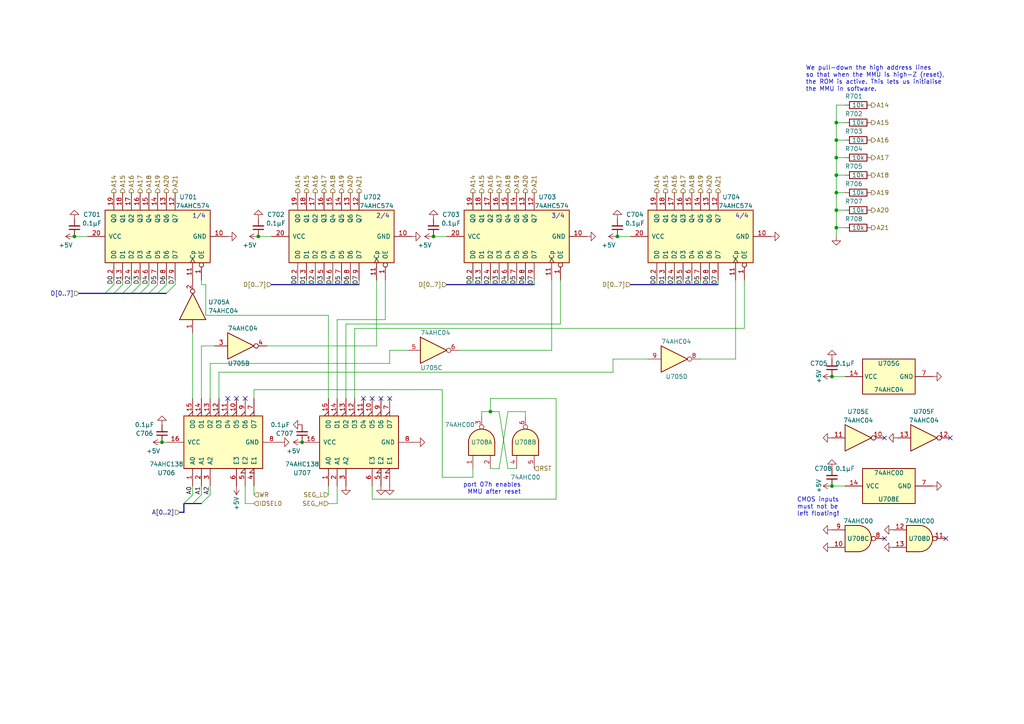
<source format=kicad_sch>
(kicad_sch (version 20211123) (generator eeschema)
  (paper "A4")
  (title_block (title "Computer") (date "2021-02-23") (rev "v1.0") (company "B.W. Harrison") (comment 1 "The registers output A14-A21 which extends the address space to 4 MB.") (comment 2 "registers. Each register can be loaded with an IO write to $00-$03") (comment 3 "This is achieved by routing A14 and A15 through a decoder which selects one of four") (comment 4 "The MMU splits the 64 KB address space into four 16 KB segments."))
  (lib_symbols
    (symbol "74AHC00_1" (pin_names (offset 1.016))
      (property "Reference" "U" (at 0 1.27 0))
      (property "Value" "74AHC00" (at 0 -1.27 0))
      (symbol "74AHC00_1_1_1"
        (pin input line (at -7.62 2.54 0) (length 3.81) (name "~") (number "1"))
        (pin input line (at -7.62 -2.54 0) (length 3.81) (name "~") (number "2"))
        (pin output inverted (at 7.62 0 180) (length 3.81) (name "~") (number "3"))
      )
      (symbol "74AHC00_1_1_2"
        (pin input inverted (at -7.62 2.54 0) (length 4.318) (name "~") (number "1"))
        (pin input inverted (at -7.62 -2.54 0) (length 4.318) (name "~") (number "2"))
        (pin output line (at 7.62 0 180) (length 3.81) (name "~") (number "3"))
      )
      (symbol "74AHC00_1_2_1"
        (pin input line (at -7.62 2.54 0) (length 3.81) (name "~") (number "4"))
        (pin input line (at -7.62 -2.54 0) (length 3.81) (name "~") (number "5"))
        (pin output inverted (at 7.62 0 180) (length 3.81) (name "~") (number "6"))
      )
      (symbol "74AHC00_1_2_2"
        (pin input inverted (at -7.62 2.54 0) (length 4.318) (name "~") (number "4"))
        (pin input inverted (at -7.62 -2.54 0) (length 4.318) (name "~") (number "5"))
        (pin output line (at 7.62 0 180) (length 3.81) (name "~") (number "6"))
      )
      (symbol "74AHC00_1_3_1"
        (pin input line (at -7.62 -2.54 0) (length 3.81) (name "~") (number "10"))
        (pin output inverted (at 7.62 0 180) (length 3.81) (name "~") (number "8"))
        (pin input line (at -7.62 2.54 0) (length 3.81) (name "~") (number "9"))
      )
      (symbol "74AHC00_1_3_2"
        (pin input inverted (at -7.62 -2.54 0) (length 4.318) (name "~") (number "10"))
        (pin output line (at 7.62 0 180) (length 3.81) (name "~") (number "8"))
        (pin input inverted (at -7.62 2.54 0) (length 4.318) (name "~") (number "9"))
      )
      (symbol "74AHC00_1_4_1"
        (pin output inverted (at 7.62 0 180) (length 3.81) (name "~") (number "11"))
        (pin input line (at -7.62 2.54 0) (length 3.81) (name "~") (number "12"))
        (pin input line (at -7.62 -2.54 0) (length 3.81) (name "~") (number "13"))
      )
      (symbol "74AHC00_1_4_2"
        (pin output line (at 7.62 0 180) (length 3.81) (name "~") (number "11"))
        (pin input inverted (at -7.62 2.54 0) (length 4.318) (name "~") (number "12"))
        (pin input inverted (at -7.62 -2.54 0) (length 4.318) (name "~") (number "13"))
      )
      (symbol "74AHC00_1_5_0"
        (pin power_in line (at 0 12.7 270) (length 5.08) (name "VCC") (number "14"))
        (pin power_in line (at 0 -12.7 90) (length 5.08) (name "GND") (number "7"))
      )
    )
    (symbol "74AHC00_2" (pin_names (offset 1.016))
      (property "Reference" "U" (at 0 1.27 0))
      (property "Value" "74AHC00" (at 0 -1.27 0))
      (symbol "74AHC00_2_1_1"
        (pin input line (at -7.62 2.54 0) (length 3.81) (name "~") (number "1"))
        (pin input line (at -7.62 -2.54 0) (length 3.81) (name "~") (number "2"))
        (pin output inverted (at 7.62 0 180) (length 3.81) (name "~") (number "3"))
      )
      (symbol "74AHC00_2_1_2"
        (pin input inverted (at -7.62 2.54 0) (length 4.318) (name "~") (number "1"))
        (pin input inverted (at -7.62 -2.54 0) (length 4.318) (name "~") (number "2"))
        (pin output line (at 7.62 0 180) (length 3.81) (name "~") (number "3"))
      )
      (symbol "74AHC00_2_2_1"
        (pin input line (at -7.62 2.54 0) (length 3.81) (name "~") (number "4"))
        (pin input line (at -7.62 -2.54 0) (length 3.81) (name "~") (number "5"))
        (pin output inverted (at 7.62 0 180) (length 3.81) (name "~") (number "6"))
      )
      (symbol "74AHC00_2_2_2"
        (pin input inverted (at -7.62 2.54 0) (length 4.318) (name "~") (number "4"))
        (pin input inverted (at -7.62 -2.54 0) (length 4.318) (name "~") (number "5"))
        (pin output line (at 7.62 0 180) (length 3.81) (name "~") (number "6"))
      )
      (symbol "74AHC00_2_3_1"
        (pin input line (at -7.62 -2.54 0) (length 3.81) (name "~") (number "10"))
        (pin output inverted (at 7.62 0 180) (length 3.81) (name "~") (number "8"))
        (pin input line (at -7.62 2.54 0) (length 3.81) (name "~") (number "9"))
      )
      (symbol "74AHC00_2_3_2"
        (pin input inverted (at -7.62 -2.54 0) (length 4.318) (name "~") (number "10"))
        (pin output line (at 7.62 0 180) (length 3.81) (name "~") (number "8"))
        (pin input inverted (at -7.62 2.54 0) (length 4.318) (name "~") (number "9"))
      )
      (symbol "74AHC00_2_4_1"
        (pin output inverted (at 7.62 0 180) (length 3.81) (name "~") (number "11"))
        (pin input line (at -7.62 2.54 0) (length 3.81) (name "~") (number "12"))
        (pin input line (at -7.62 -2.54 0) (length 3.81) (name "~") (number "13"))
      )
      (symbol "74AHC00_2_4_2"
        (pin output line (at 7.62 0 180) (length 3.81) (name "~") (number "11"))
        (pin input inverted (at -7.62 2.54 0) (length 4.318) (name "~") (number "12"))
        (pin input inverted (at -7.62 -2.54 0) (length 4.318) (name "~") (number "13"))
      )
      (symbol "74AHC00_2_5_0"
        (pin power_in line (at 0 12.7 270) (length 5.08) (name "VCC") (number "14"))
        (pin power_in line (at 0 -12.7 90) (length 5.08) (name "GND") (number "7"))
      )
    )
    (symbol "74AHC00_3" (pin_names (offset 1.016))
      (property "Reference" "U" (at 0 1.27 0))
      (property "Value" "74AHC00" (at 0 -1.27 0))
      (symbol "74AHC00_3_1_1"
        (pin input line (at -7.62 2.54 0) (length 3.81) (name "~") (number "1"))
        (pin input line (at -7.62 -2.54 0) (length 3.81) (name "~") (number "2"))
        (pin output inverted (at 7.62 0 180) (length 3.81) (name "~") (number "3"))
      )
      (symbol "74AHC00_3_1_2"
        (pin input inverted (at -7.62 2.54 0) (length 4.318) (name "~") (number "1"))
        (pin input inverted (at -7.62 -2.54 0) (length 4.318) (name "~") (number "2"))
        (pin output line (at 7.62 0 180) (length 3.81) (name "~") (number "3"))
      )
      (symbol "74AHC00_3_2_1"
        (pin input line (at -7.62 2.54 0) (length 3.81) (name "~") (number "4"))
        (pin input line (at -7.62 -2.54 0) (length 3.81) (name "~") (number "5"))
        (pin output inverted (at 7.62 0 180) (length 3.81) (name "~") (number "6"))
      )
      (symbol "74AHC00_3_2_2"
        (pin input inverted (at -7.62 2.54 0) (length 4.318) (name "~") (number "4"))
        (pin input inverted (at -7.62 -2.54 0) (length 4.318) (name "~") (number "5"))
        (pin output line (at 7.62 0 180) (length 3.81) (name "~") (number "6"))
      )
      (symbol "74AHC00_3_3_1"
        (pin input line (at -7.62 -2.54 0) (length 3.81) (name "~") (number "10"))
        (pin output inverted (at 7.62 0 180) (length 3.81) (name "~") (number "8"))
        (pin input line (at -7.62 2.54 0) (length 3.81) (name "~") (number "9"))
      )
      (symbol "74AHC00_3_3_2"
        (pin input inverted (at -7.62 -2.54 0) (length 4.318) (name "~") (number "10"))
        (pin output line (at 7.62 0 180) (length 3.81) (name "~") (number "8"))
        (pin input inverted (at -7.62 2.54 0) (length 4.318) (name "~") (number "9"))
      )
      (symbol "74AHC00_3_4_1"
        (pin output inverted (at 7.62 0 180) (length 3.81) (name "~") (number "11"))
        (pin input line (at -7.62 2.54 0) (length 3.81) (name "~") (number "12"))
        (pin input line (at -7.62 -2.54 0) (length 3.81) (name "~") (number "13"))
      )
      (symbol "74AHC00_3_4_2"
        (pin output line (at 7.62 0 180) (length 3.81) (name "~") (number "11"))
        (pin input inverted (at -7.62 2.54 0) (length 4.318) (name "~") (number "12"))
        (pin input inverted (at -7.62 -2.54 0) (length 4.318) (name "~") (number "13"))
      )
      (symbol "74AHC00_3_5_0"
        (pin power_in line (at 0 12.7 270) (length 5.08) (name "VCC") (number "14"))
        (pin power_in line (at 0 -12.7 90) (length 5.08) (name "GND") (number "7"))
      )
    )
    (symbol "74AHC00_4" (pin_names (offset 1.016))
      (property "Reference" "U" (at 0 1.27 0))
      (property "Value" "74AHC00" (at 0 -1.27 0))
      (symbol "74AHC00_4_1_1"
        (pin input line (at -7.62 2.54 0) (length 3.81) (name "~") (number "1"))
        (pin input line (at -7.62 -2.54 0) (length 3.81) (name "~") (number "2"))
        (pin output inverted (at 7.62 0 180) (length 3.81) (name "~") (number "3"))
      )
      (symbol "74AHC00_4_1_2"
        (pin input inverted (at -7.62 2.54 0) (length 4.318) (name "~") (number "1"))
        (pin input inverted (at -7.62 -2.54 0) (length 4.318) (name "~") (number "2"))
        (pin output line (at 7.62 0 180) (length 3.81) (name "~") (number "3"))
      )
      (symbol "74AHC00_4_2_1"
        (pin input line (at -7.62 2.54 0) (length 3.81) (name "~") (number "4"))
        (pin input line (at -7.62 -2.54 0) (length 3.81) (name "~") (number "5"))
        (pin output inverted (at 7.62 0 180) (length 3.81) (name "~") (number "6"))
      )
      (symbol "74AHC00_4_2_2"
        (pin input inverted (at -7.62 2.54 0) (length 4.318) (name "~") (number "4"))
        (pin input inverted (at -7.62 -2.54 0) (length 4.318) (name "~") (number "5"))
        (pin output line (at 7.62 0 180) (length 3.81) (name "~") (number "6"))
      )
      (symbol "74AHC00_4_3_1"
        (pin input line (at -7.62 -2.54 0) (length 3.81) (name "~") (number "10"))
        (pin output inverted (at 7.62 0 180) (length 3.81) (name "~") (number "8"))
        (pin input line (at -7.62 2.54 0) (length 3.81) (name "~") (number "9"))
      )
      (symbol "74AHC00_4_3_2"
        (pin input inverted (at -7.62 -2.54 0) (length 4.318) (name "~") (number "10"))
        (pin output line (at 7.62 0 180) (length 3.81) (name "~") (number "8"))
        (pin input inverted (at -7.62 2.54 0) (length 4.318) (name "~") (number "9"))
      )
      (symbol "74AHC00_4_4_1"
        (pin output inverted (at 7.62 0 180) (length 3.81) (name "~") (number "11"))
        (pin input line (at -7.62 2.54 0) (length 3.81) (name "~") (number "12"))
        (pin input line (at -7.62 -2.54 0) (length 3.81) (name "~") (number "13"))
      )
      (symbol "74AHC00_4_4_2"
        (pin output line (at 7.62 0 180) (length 3.81) (name "~") (number "11"))
        (pin input inverted (at -7.62 2.54 0) (length 4.318) (name "~") (number "12"))
        (pin input inverted (at -7.62 -2.54 0) (length 4.318) (name "~") (number "13"))
      )
      (symbol "74AHC00_4_5_0"
        (pin power_in line (at 0 12.7 270) (length 5.08) (name "VCC") (number "14"))
        (pin power_in line (at 0 -12.7 90) (length 5.08) (name "GND") (number "7"))
      )
    )
    (symbol "74xx:74AHC00" (pin_names (offset 1.016))
      (property "Reference" "U" (at 0 1.27 0))
      (property "Value" "74AHC00" (at 0 -1.27 0))
      (symbol "74AHC00_1_1"
        (pin input line (at -7.62 2.54 0) (length 3.81) (name "~") (number "1"))
        (pin input line (at -7.62 -2.54 0) (length 3.81) (name "~") (number "2"))
        (pin output inverted (at 7.62 0 180) (length 3.81) (name "~") (number "3"))
      )
      (symbol "74AHC00_1_2"
        (pin input inverted (at -7.62 2.54 0) (length 4.318) (name "~") (number "1"))
        (pin input inverted (at -7.62 -2.54 0) (length 4.318) (name "~") (number "2"))
        (pin output line (at 7.62 0 180) (length 3.81) (name "~") (number "3"))
      )
      (symbol "74AHC00_2_1"
        (pin input line (at -7.62 2.54 0) (length 3.81) (name "~") (number "4"))
        (pin input line (at -7.62 -2.54 0) (length 3.81) (name "~") (number "5"))
        (pin output inverted (at 7.62 0 180) (length 3.81) (name "~") (number "6"))
      )
      (symbol "74AHC00_2_2"
        (pin input inverted (at -7.62 2.54 0) (length 4.318) (name "~") (number "4"))
        (pin input inverted (at -7.62 -2.54 0) (length 4.318) (name "~") (number "5"))
        (pin output line (at 7.62 0 180) (length 3.81) (name "~") (number "6"))
      )
      (symbol "74AHC00_3_1"
        (pin input line (at -7.62 -2.54 0) (length 3.81) (name "~") (number "10"))
        (pin output inverted (at 7.62 0 180) (length 3.81) (name "~") (number "8"))
        (pin input line (at -7.62 2.54 0) (length 3.81) (name "~") (number "9"))
      )
      (symbol "74AHC00_3_2"
        (pin input inverted (at -7.62 -2.54 0) (length 4.318) (name "~") (number "10"))
        (pin output line (at 7.62 0 180) (length 3.81) (name "~") (number "8"))
        (pin input inverted (at -7.62 2.54 0) (length 4.318) (name "~") (number "9"))
      )
      (symbol "74AHC00_4_1"
        (pin output inverted (at 7.62 0 180) (length 3.81) (name "~") (number "11"))
        (pin input line (at -7.62 2.54 0) (length 3.81) (name "~") (number "12"))
        (pin input line (at -7.62 -2.54 0) (length 3.81) (name "~") (number "13"))
      )
      (symbol "74AHC00_4_2"
        (pin output line (at 7.62 0 180) (length 3.81) (name "~") (number "11"))
        (pin input inverted (at -7.62 2.54 0) (length 4.318) (name "~") (number "12"))
        (pin input inverted (at -7.62 -2.54 0) (length 4.318) (name "~") (number "13"))
      )
      (symbol "74AHC00_5_0"
        (pin power_in line (at 0 12.7 270) (length 5.08) (name "VCC") (number "14"))
        (pin power_in line (at 0 -12.7 90) (length 5.08) (name "GND") (number "7"))
      )
    )
    (symbol "74xx:74AHC04"
      (property "Reference" "U" (at 0 1.27 0))
      (property "Value" "74AHC04" (at 0 -1.27 0))
      (symbol "74AHC04_1_0"
        (pin input line (at -7.62 0 0) (length 3.81) (name "~") (number "1"))
        (pin output inverted (at 7.62 0 180) (length 3.81) (name "~") (number "2"))
      )
      (symbol "74AHC04_2_0"
        (pin input line (at -7.62 0 0) (length 3.81) (name "~") (number "3"))
        (pin output inverted (at 7.62 0 180) (length 3.81) (name "~") (number "4"))
      )
      (symbol "74AHC04_3_0"
        (pin input line (at -7.62 0 0) (length 3.81) (name "~") (number "5"))
        (pin output inverted (at 7.62 0 180) (length 3.81) (name "~") (number "6"))
      )
      (symbol "74AHC04_4_0"
        (pin output inverted (at 7.62 0 180) (length 3.81) (name "~") (number "8"))
        (pin input line (at -7.62 0 0) (length 3.81) (name "~") (number "9"))
      )
      (symbol "74AHC04_5_0"
        (pin output inverted (at 7.62 0 180) (length 3.81) (name "~") (number "10"))
        (pin input line (at -7.62 0 0) (length 3.81) (name "~") (number "11"))
      )
      (symbol "74AHC04_6_0"
        (pin output inverted (at 7.62 0 180) (length 3.81) (name "~") (number "12"))
        (pin input line (at -7.62 0 0) (length 3.81) (name "~") (number "13"))
      )
      (symbol "74AHC04_7_0"
        (pin power_in line (at 0 12.7 270) (length 5.08) (name "VCC") (number "14"))
        (pin power_in line (at 0 -12.7 90) (length 5.08) (name "GND") (number "7"))
      )
    )
    (symbol "74xx:74AHC138" (pin_names (offset 1.016))
      (property "Reference" "U" (at -7.62 11.43 0))
      (property "Value" "74AHC138" (at -7.62 -13.97 0))
      (symbol "74AHC138_1_0"
        (pin input line (at -12.7 7.62 0) (length 5.08) (name "A0") (number "1"))
        (pin output output_low (at 12.7 -5.08 180) (length 5.08) (name "O5") (number "10"))
        (pin output output_low (at 12.7 -2.54 180) (length 5.08) (name "O4") (number "11"))
        (pin output output_low (at 12.7 0 180) (length 5.08) (name "O3") (number "12"))
        (pin output output_low (at 12.7 2.54 180) (length 5.08) (name "O2") (number "13"))
        (pin output output_low (at 12.7 5.08 180) (length 5.08) (name "O1") (number "14"))
        (pin output output_low (at 12.7 7.62 180) (length 5.08) (name "O0") (number "15"))
        (pin power_in line (at 0 15.24 270) (length 5.08) (name "VCC") (number "16"))
        (pin input line (at -12.7 5.08 0) (length 5.08) (name "A1") (number "2"))
        (pin input line (at -12.7 2.54 0) (length 5.08) (name "A2") (number "3"))
        (pin input input_low (at -12.7 -10.16 0) (length 5.08) (name "E1") (number "4"))
        (pin input input_low (at -12.7 -7.62 0) (length 5.08) (name "E2") (number "5"))
        (pin input line (at -12.7 -5.08 0) (length 5.08) (name "E3") (number "6"))
        (pin output output_low (at 12.7 -10.16 180) (length 5.08) (name "O7") (number "7"))
        (pin power_in line (at 0 -17.78 90) (length 5.08) (name "GND") (number "8"))
        (pin output output_low (at 12.7 -7.62 180) (length 5.08) (name "O6") (number "9"))
      )
    )
    (symbol "74xx:74AHC574" (pin_names (offset 1.016))
      (property "Reference" "U" (at -7.62 16.51 0))
      (property "Value" "74AHC574" (at -7.62 -16.51 0))
      (symbol "74AHC574_1_0"
        (pin input inverted (at -12.7 -12.7 0) (length 5.08) (name "OE") (number "1"))
        (pin power_in line (at 0 -20.32 90) (length 5.08) (name "GND") (number "10"))
        (pin input clock (at -12.7 -10.16 0) (length 5.08) (name "Cp") (number "11"))
        (pin tri_state line (at 12.7 -5.08 180) (length 5.08) (name "Q7") (number "12"))
        (pin tri_state line (at 12.7 -2.54 180) (length 5.08) (name "Q6") (number "13"))
        (pin tri_state line (at 12.7 0 180) (length 5.08) (name "Q5") (number "14"))
        (pin tri_state line (at 12.7 2.54 180) (length 5.08) (name "Q4") (number "15"))
        (pin tri_state line (at 12.7 5.08 180) (length 5.08) (name "Q3") (number "16"))
        (pin tri_state line (at 12.7 7.62 180) (length 5.08) (name "Q2") (number "17"))
        (pin tri_state line (at 12.7 10.16 180) (length 5.08) (name "Q1") (number "18"))
        (pin tri_state line (at 12.7 12.7 180) (length 5.08) (name "Q0") (number "19"))
        (pin input line (at -12.7 12.7 0) (length 5.08) (name "D0") (number "2"))
        (pin power_in line (at 0 20.32 270) (length 5.08) (name "VCC") (number "20"))
        (pin input line (at -12.7 10.16 0) (length 5.08) (name "D1") (number "3"))
        (pin input line (at -12.7 7.62 0) (length 5.08) (name "D2") (number "4"))
        (pin input line (at -12.7 5.08 0) (length 5.08) (name "D3") (number "5"))
        (pin input line (at -12.7 2.54 0) (length 5.08) (name "D4") (number "6"))
        (pin input line (at -12.7 0 0) (length 5.08) (name "D5") (number "7"))
        (pin input line (at -12.7 -2.54 0) (length 5.08) (name "D6") (number "8"))
        (pin input line (at -12.7 -5.08 0) (length 5.08) (name "D7") (number "9"))
      )
    )
    (symbol "Device:C_Small" (pin_numbers hide) (pin_names (offset 0.254) hide)
      (property "Reference" "C" (at 0.254 1.778 0))
      (property "Value" "C_Small" (at 0.254 -2.032 0))
      (symbol "C_Small_1_1"
        (pin passive line (at 0 2.54 270) (length 2.032) (name "~") (number "1"))
        (pin passive line (at 0 -2.54 90) (length 2.032) (name "~") (number "2"))
      )
    )
    (symbol "Device:R" (pin_numbers hide) (pin_names (offset 0))
      (property "Reference" "R" (at 2.032 0 90))
      (property "Value" "R" (at 0 0 90))
      (symbol "R_1_1"
        (pin passive line (at 0 3.81 270) (length 1.27) (name "~") (number "1"))
        (pin passive line (at 0 -3.81 90) (length 1.27) (name "~") (number "2"))
      )
    )
    (symbol "power:+5V" (power) (pin_names (offset 0))
      (property "Value" "+5V" (at 0 3.556 0))
      (symbol "+5V_1_1"
        (pin power_in line (at 0 0 90) (length 0) hide (name "+5V") (number "1"))
      )
    )
    (symbol "power:GND" (power) (pin_names (offset 0))
      (property "Value" "GND" (at 0 -3.81 0))
      (symbol "GND_1_1"
        (pin power_in line (at 0 0 270) (length 0) hide (name "GND") (number "1"))
      )
    )
  )
  (junction (at 242.57 35.56))
  (junction (at 242.57 66.04))
  (junction (at 46.99 128.27))
  (junction (at 21.59 68.58))
  (junction (at 242.57 50.8))
  (junction (at 241.3 140.97))
  (junction (at 87.63 128.27))
  (junction (at 74.93 68.58))
  (junction (at 125.73 68.58))
  (junction (at 242.57 40.64))
  (junction (at 241.3 109.22))
  (junction (at 242.57 60.96))
  (junction (at 179.07 68.58))
  (junction (at 142.24 119.38))
  (junction (at 242.57 45.72))
  (junction (at 242.57 55.88))
  (no_connect (at 68.58 115.57))
  (no_connect (at 256.54 156.21))
  (no_connect (at 107.95 115.57))
  (no_connect (at 256.54 127))
  (no_connect (at 105.41 115.57))
  (no_connect (at 275.59 127))
  (no_connect (at 110.49 115.57))
  (no_connect (at 66.04 115.57))
  (no_connect (at 274.32 156.21))
  (no_connect (at 71.12 115.57))
  (no_connect (at 113.03 115.57))
  (bus_entry (at 53.34 146.05) (size 2.54 -2.54))
  (bus_entry (at 48.26 85.09) (size 2.54 -2.54))
  (bus_entry (at 43.18 85.09) (size 2.54 -2.54))
  (bus_entry (at 33.02 82.55) (size -2.54 2.54))
  (bus_entry (at 33.02 85.09) (size 2.54 -2.54))
  (bus_entry (at 38.1 85.09) (size 2.54 -2.54))
  (bus_entry (at 55.88 146.05) (size 2.54 -2.54))
  (bus_entry (at 45.72 85.09) (size 2.54 -2.54))
  (bus_entry (at 35.56 85.09) (size 2.54 -2.54))
  (bus_entry (at 58.42 146.05) (size 2.54 -2.54))
  (bus_entry (at 40.64 85.09) (size 2.54 -2.54))
  (wire (pts (xy 88.9 82.55) (xy 88.9 81.28)))
  (wire (pts (xy 48.26 128.27) (xy 46.99 128.27)))
  (wire (pts (xy 142.24 135.89) (xy 144.78 135.89)))
  (wire (pts (xy 59.69 82.55) (xy 58.42 82.55)))
  (bus (pts (xy 53.34 146.05) (xy 55.88 146.05)))
  (wire (pts (xy 45.72 82.55) (xy 45.72 81.28)))
  (wire (pts (xy 242.57 60.96) (xy 242.57 55.88)))
  (bus (pts (xy 208.28 82.55) (xy 182.88 82.55)))
  (bus (pts (xy 22.86 85.09) (xy 30.48 85.09)))
  (bus (pts (xy 38.1 85.09) (xy 40.64 85.09)))
  (wire (pts (xy 43.18 82.55) (xy 43.18 81.28)))
  (wire (pts (xy 102.87 95.25) (xy 215.9 95.25)))
  (wire (pts (xy 142.24 82.55) (xy 142.24 81.28)))
  (wire (pts (xy 95.25 146.05) (xy 97.79 146.05)))
  (wire (pts (xy 100.33 115.57) (xy 100.33 93.98)))
  (wire (pts (xy 95.25 91.44) (xy 59.69 91.44)))
  (wire (pts (xy 73.66 143.51) (xy 73.66 140.97)))
  (wire (pts (xy 50.8 82.55) (xy 50.8 81.28)))
  (wire (pts (xy 97.79 115.57) (xy 97.79 92.71)))
  (bus (pts (xy 40.64 85.09) (xy 43.18 85.09)))
  (wire (pts (xy 139.7 119.38) (xy 142.24 119.38)))
  (wire (pts (xy 190.5 82.55) (xy 190.5 81.28)))
  (wire (pts (xy 242.57 40.64) (xy 245.11 40.64)))
  (wire (pts (xy 93.98 82.55) (xy 93.98 81.28)))
  (wire (pts (xy 63.5 107.95) (xy 177.8 107.95)))
  (wire (pts (xy 242.57 35.56) (xy 245.11 35.56)))
  (wire (pts (xy 144.78 119.38) (xy 147.32 135.89)))
  (wire (pts (xy 58.42 100.33) (xy 62.23 100.33)))
  (wire (pts (xy 139.7 82.55) (xy 139.7 81.28)))
  (wire (pts (xy 242.57 55.88) (xy 242.57 50.8)))
  (wire (pts (xy 95.25 143.51) (xy 95.25 140.97)))
  (wire (pts (xy 109.22 100.33) (xy 109.22 81.28)))
  (wire (pts (xy 144.78 135.89) (xy 147.32 119.38)))
  (wire (pts (xy 25.4 68.58) (xy 21.59 68.58)))
  (bus (pts (xy 104.14 82.55) (xy 78.74 82.55)))
  (wire (pts (xy 242.57 30.48) (xy 245.11 30.48)))
  (bus (pts (xy 52.07 148.59) (xy 53.34 148.59)))
  (wire (pts (xy 86.36 82.55) (xy 86.36 81.28)))
  (bus (pts (xy 35.56 85.09) (xy 38.1 85.09)))
  (wire (pts (xy 242.57 40.64) (xy 242.57 35.56)))
  (wire (pts (xy 152.4 82.55) (xy 152.4 81.28)))
  (wire (pts (xy 245.11 140.97) (xy 241.3 140.97)))
  (wire (pts (xy 128.27 113.03) (xy 73.66 113.03)))
  (wire (pts (xy 48.26 82.55) (xy 48.26 81.28)))
  (wire (pts (xy 160.02 101.6) (xy 133.35 101.6)))
  (wire (pts (xy 213.36 104.14) (xy 213.36 81.28)))
  (wire (pts (xy 142.24 119.38) (xy 142.24 115.57)))
  (wire (pts (xy 198.12 82.55) (xy 198.12 81.28)))
  (wire (pts (xy 58.42 140.97) (xy 58.42 143.51)))
  (wire (pts (xy 242.57 50.8) (xy 242.57 45.72)))
  (wire (pts (xy 147.32 119.38) (xy 152.4 119.38)))
  (wire (pts (xy 129.54 68.58) (xy 125.73 68.58)))
  (wire (pts (xy 60.96 105.41) (xy 113.03 105.41)))
  (wire (pts (xy 242.57 66.04) (xy 245.11 66.04)))
  (wire (pts (xy 200.66 82.55) (xy 200.66 81.28)))
  (wire (pts (xy 147.32 82.55) (xy 147.32 81.28)))
  (wire (pts (xy 40.64 82.55) (xy 40.64 81.28)))
  (wire (pts (xy 95.25 115.57) (xy 95.25 91.44)))
  (wire (pts (xy 215.9 95.25) (xy 215.9 81.28)))
  (wire (pts (xy 142.24 115.57) (xy 161.29 115.57)))
  (wire (pts (xy 162.56 93.98) (xy 162.56 81.28)))
  (wire (pts (xy 154.94 82.55) (xy 154.94 81.28)))
  (bus (pts (xy 53.34 146.05) (xy 53.34 148.59)))
  (bus (pts (xy 55.88 146.05) (xy 58.42 146.05)))
  (wire (pts (xy 107.95 140.97) (xy 107.95 144.78)))
  (wire (pts (xy 161.29 115.57) (xy 161.29 144.78)))
  (wire (pts (xy 77.47 100.33) (xy 109.22 100.33)))
  (wire (pts (xy 100.33 93.98) (xy 162.56 93.98)))
  (wire (pts (xy 242.57 55.88) (xy 245.11 55.88)))
  (wire (pts (xy 160.02 81.28) (xy 160.02 101.6)))
  (wire (pts (xy 104.14 82.55) (xy 104.14 81.28)))
  (wire (pts (xy 97.79 146.05) (xy 97.79 140.97)))
  (wire (pts (xy 35.56 82.55) (xy 35.56 81.28)))
  (wire (pts (xy 99.06 82.55) (xy 99.06 81.28)))
  (wire (pts (xy 177.8 107.95) (xy 177.8 104.14)))
  (wire (pts (xy 203.2 82.55) (xy 203.2 81.28)))
  (wire (pts (xy 193.04 82.55) (xy 193.04 81.28)))
  (bus (pts (xy 45.72 85.09) (xy 48.26 85.09)))
  (wire (pts (xy 152.4 119.38) (xy 152.4 120.65)))
  (wire (pts (xy 73.66 113.03) (xy 73.66 115.57)))
  (wire (pts (xy 55.88 143.51) (xy 55.88 140.97)))
  (wire (pts (xy 242.57 35.56) (xy 242.57 30.48)))
  (wire (pts (xy 195.58 82.55) (xy 195.58 81.28)))
  (wire (pts (xy 58.42 82.55) (xy 58.42 81.28)))
  (bus (pts (xy 30.48 85.09) (xy 33.02 85.09)))
  (bus (pts (xy 33.02 85.09) (xy 35.56 85.09)))
  (wire (pts (xy 58.42 115.57) (xy 58.42 100.33)))
  (wire (pts (xy 55.88 115.57) (xy 55.88 96.52)))
  (wire (pts (xy 60.96 115.57) (xy 60.96 105.41)))
  (wire (pts (xy 59.69 91.44) (xy 59.69 82.55)))
  (wire (pts (xy 242.57 50.8) (xy 245.11 50.8)))
  (wire (pts (xy 242.57 68.58) (xy 242.57 66.04)))
  (wire (pts (xy 144.78 82.55) (xy 144.78 81.28)))
  (wire (pts (xy 113.03 105.41) (xy 113.03 101.6)))
  (wire (pts (xy 128.27 138.43) (xy 128.27 113.03)))
  (wire (pts (xy 203.2 104.14) (xy 213.36 104.14)))
  (wire (pts (xy 113.03 101.6) (xy 118.11 101.6)))
  (wire (pts (xy 91.44 82.55) (xy 91.44 81.28)))
  (wire (pts (xy 73.66 146.05) (xy 71.12 146.05)))
  (wire (pts (xy 242.57 45.72) (xy 242.57 40.64)))
  (bus (pts (xy 154.94 82.55) (xy 129.54 82.55)))
  (wire (pts (xy 242.57 60.96) (xy 245.11 60.96)))
  (wire (pts (xy 96.52 82.55) (xy 96.52 81.28)))
  (wire (pts (xy 242.57 45.72) (xy 245.11 45.72)))
  (wire (pts (xy 245.11 109.22) (xy 241.3 109.22)))
  (wire (pts (xy 78.74 68.58) (xy 74.93 68.58)))
  (wire (pts (xy 107.95 144.78) (xy 161.29 144.78)))
  (wire (pts (xy 60.96 143.51) (xy 60.96 140.97)))
  (wire (pts (xy 137.16 138.43) (xy 137.16 135.89)))
  (wire (pts (xy 71.12 146.05) (xy 71.12 140.97)))
  (bus (pts (xy 43.18 85.09) (xy 45.72 85.09)))
  (wire (pts (xy 111.76 92.71) (xy 111.76 81.28)))
  (wire (pts (xy 147.32 135.89) (xy 149.86 135.89)))
  (wire (pts (xy 137.16 82.55) (xy 137.16 81.28)))
  (wire (pts (xy 102.87 115.57) (xy 102.87 95.25)))
  (wire (pts (xy 177.8 104.14) (xy 187.96 104.14)))
  (wire (pts (xy 33.02 82.55) (xy 33.02 81.28)))
  (wire (pts (xy 97.79 92.71) (xy 111.76 92.71)))
  (wire (pts (xy 205.74 82.55) (xy 205.74 81.28)))
  (wire (pts (xy 149.86 82.55) (xy 149.86 81.28)))
  (wire (pts (xy 63.5 115.57) (xy 63.5 107.95)))
  (wire (pts (xy 139.7 120.65) (xy 139.7 119.38)))
  (wire (pts (xy 208.28 82.55) (xy 208.28 81.28)))
  (wire (pts (xy 182.88 68.58) (xy 179.07 68.58)))
  (wire (pts (xy 242.57 66.04) (xy 242.57 60.96)))
  (wire (pts (xy 128.27 138.43) (xy 137.16 138.43)))
  (wire (pts (xy 101.6 82.55) (xy 101.6 81.28)))
  (wire (pts (xy 38.1 82.55) (xy 38.1 81.28)))
  (wire (pts (xy 142.24 119.38) (xy 144.78 119.38)))
  (text "1/4" (at 59.69 63.5 180) (effects (font (size 1.27 1.27)) (justify right bottom)))
  (text "4/4" (at 217.17 63.5 180) (effects (font (size 1.27 1.27)) (justify right bottom)))
  (text "2/4" (at 113.03 63.5 180) (effects (font (size 1.27 1.27)) (justify right bottom)))
  (text "We pull-down the high address lines\nso that when the MMU is high-Z (reset),\nthe ROM is active. This lets us initialise\nthe MMU in software." (at 233.68 26.67 0) (effects (font (size 1.27 1.27)) (justify left bottom)))
  (text "port 07h enables\nMMU after reset" (at 151.13 143.51 180) (effects (font (size 1.27 1.27)) (justify right bottom)))
  (text "CMOS inputs\nmust not be\nleft floating!" (at 231.14 149.86 0) (effects (font (size 1.27 1.27)) (justify left bottom)))
  (text "3/4" (at 163.83 63.5 180) (effects (font (size 1.27 1.27)) (justify right bottom)))
  (label "D7" (at 104.14 82.55 90))
  (label "A0" (at 55.88 143.51 90))
  (label "D5" (at 203.2 82.55 90))
  (label "D7" (at 208.28 82.55 90))
  (label "D4" (at 96.52 82.55 90))
  (label "D5" (at 45.72 82.55 90))
  (label "D2" (at 195.58 82.55 90))
  (label "D3" (at 93.98 82.55 90))
  (label "D1" (at 193.04 82.55 90))
  (label "D3" (at 144.78 82.55 90))
  (label "D6" (at 101.6 82.55 90))
  (label "D1" (at 35.56 82.55 90))
  (label "D7" (at 154.94 82.55 90))
  (label "A2" (at 60.96 143.51 90))
  (label "D0" (at 190.5 82.55 90))
  (label "D1" (at 139.7 82.55 90))
  (label "D0" (at 86.36 82.55 90))
  (label "D4" (at 147.32 82.55 90))
  (label "D6" (at 48.26 82.55 90))
  (label "D4" (at 43.18 82.55 90))
  (label "D2" (at 142.24 82.55 90))
  (label "D7" (at 50.8 82.55 90))
  (label "D6" (at 152.4 82.55 90))
  (label "D3" (at 198.12 82.55 90))
  (label "D5" (at 99.06 82.55 90))
  (label "D6" (at 205.74 82.55 90))
  (label "D5" (at 149.86 82.55 90))
  (label "D1" (at 88.9 82.55 90))
  (label "D0" (at 137.16 82.55 90))
  (label "D2" (at 38.1 82.55 90))
  (label "D2" (at 91.44 82.55 90))
  (label "D3" (at 40.64 82.55 90))
  (label "A1" (at 58.42 143.51 90))
  (label "D4" (at 200.66 82.55 90))
  (label "D0" (at 33.02 82.55 90))
  (hierarchical_label "IOSEL0" (shape input) (at 73.66 146.05 0))
  (hierarchical_label "A14" (shape output) (at 33.02 55.88 90))
  (hierarchical_label "A14" (shape output) (at 137.16 55.88 90))
  (hierarchical_label "A14" (shape output) (at 252.73 30.48 0))
  (hierarchical_label "A20" (shape output) (at 152.4 55.88 90))
  (hierarchical_label "A18" (shape output) (at 200.66 55.88 90))
  (hierarchical_label "WR" (shape input) (at 73.66 143.51 0))
  (hierarchical_label "SEG_H" (shape input) (at 95.25 146.05 180))
  (hierarchical_label "A15" (shape output) (at 193.04 55.88 90))
  (hierarchical_label "D[0..7]" (shape input) (at 78.74 82.55 180))
  (hierarchical_label "A21" (shape output) (at 50.8 55.88 90))
  (hierarchical_label "A14" (shape output) (at 86.36 55.88 90))
  (hierarchical_label "A20" (shape output) (at 101.6 55.88 90))
  (hierarchical_label "A20" (shape output) (at 205.74 55.88 90))
  (hierarchical_label "A15" (shape output) (at 35.56 55.88 90))
  (hierarchical_label "A18" (shape output) (at 96.52 55.88 90))
  (hierarchical_label "D[0..7]" (shape input) (at 129.54 82.55 180))
  (hierarchical_label "A15" (shape output) (at 88.9 55.88 90))
  (hierarchical_label "A17" (shape output) (at 252.73 45.72 0))
  (hierarchical_label "D[0..7]" (shape input) (at 182.88 82.55 180))
  (hierarchical_label "A16" (shape output) (at 195.58 55.88 90))
  (hierarchical_label "SEG_L" (shape input) (at 95.25 143.51 180))
  (hierarchical_label "A17" (shape output) (at 144.78 55.88 90))
  (hierarchical_label "A20" (shape output) (at 252.73 60.96 0))
  (hierarchical_label "A17" (shape output) (at 93.98 55.88 90))
  (hierarchical_label "A18" (shape output) (at 147.32 55.88 90))
  (hierarchical_label "A16" (shape output) (at 252.73 40.64 0))
  (hierarchical_label "A16" (shape output) (at 38.1 55.88 90))
  (hierarchical_label "A21" (shape output) (at 104.14 55.88 90))
  (hierarchical_label "RST" (shape input) (at 154.94 135.89 0))
  (hierarchical_label "A18" (shape output) (at 252.73 50.8 0))
  (hierarchical_label "D[0..7]" (shape input) (at 22.86 85.09 180))
  (hierarchical_label "A15" (shape output) (at 139.7 55.88 90))
  (hierarchical_label "A19" (shape output) (at 252.73 55.88 0))
  (hierarchical_label "A17" (shape output) (at 40.64 55.88 90))
  (hierarchical_label "A16" (shape output) (at 142.24 55.88 90))
  (hierarchical_label "A[0..2]" (shape input) (at 52.07 148.59 180))
  (hierarchical_label "A20" (shape output) (at 48.26 55.88 90))
  (hierarchical_label "A14" (shape output) (at 190.5 55.88 90))
  (hierarchical_label "A19" (shape output) (at 149.86 55.88 90))
  (hierarchical_label "A19" (shape output) (at 45.72 55.88 90))
  (hierarchical_label "A21" (shape output) (at 154.94 55.88 90))
  (hierarchical_label "A19" (shape output) (at 99.06 55.88 90))
  (hierarchical_label "A16" (shape output) (at 91.44 55.88 90))
  (hierarchical_label "A21" (shape output) (at 208.28 55.88 90))
  (hierarchical_label "A15" (shape output) (at 252.73 35.56 0))
  (hierarchical_label "A17" (shape output) (at 198.12 55.88 90))
  (hierarchical_label "A21" (shape output) (at 252.73 66.04 0))
  (hierarchical_label "A19" (shape output) (at 203.2 55.88 90))
  (hierarchical_label "A18" (shape output) (at 43.18 55.88 90))
  (symbol (lib_id "74xx:74AHC574") (at 99.06 68.58 90) (unit 1)
    (property "Reference" "U702" (at 107.95 57.15 90))
    (property "Value" "74AHC574" (at 109.22 59.69 90))
    (property "Footprint" "Package_DIP:DIP-20_W7.62mm_Socket_LongPads" (effects hide))
    (property "Datasheet" "https://www.ti.com/lit/ds/symlink/sn74ahc574.pdf" (effects hide))
  )
  (symbol (lib_id "74xx:74AHC574") (at 149.86 68.58 90) (unit 1)
    (property "Reference" "U703" (at 158.75 57.15 90))
    (property "Value" "74AHC574" (at 160.02 59.69 90))
    (property "Footprint" "Package_DIP:DIP-20_W7.62mm_Socket_LongPads" (effects hide))
    (property "Datasheet" "https://www.ti.com/lit/ds/symlink/sn74ahc574.pdf" (effects hide))
  )
  (symbol (lib_id "74xx:74AHC574") (at 203.2 68.58 90) (unit 1)
    (property "Reference" "U704" (at 212.09 57.15 90))
    (property "Value" "74AHC574" (at 213.36 59.69 90))
    (property "Footprint" "Package_DIP:DIP-20_W7.62mm_Socket_LongPads" (effects hide))
    (property "Datasheet" "https://www.ti.com/lit/ds/symlink/sn74ahc574.pdf" (effects hide))
  )
  (symbol (lib_id "power:GND") (at 66.04 68.58 90) (unit 1)
    (property "Reference" "#PWR0706" (effects hide))
    (property "Value" "GND" (effects hide))
  )
  (symbol (lib_id "power:GND") (at 119.38 68.58 90) (unit 1)
    (property "Reference" "#PWR0708" (effects hide))
    (property "Value" "GND" (effects hide))
  )
  (symbol (lib_id "power:GND") (at 170.18 68.58 90) (unit 1)
    (property "Reference" "#PWR0710" (effects hide))
    (property "Value" "GND" (effects hide))
  )
  (symbol (lib_id "power:GND") (at 223.52 68.58 90) (unit 1)
    (property "Reference" "#PWR0712" (effects hide))
    (property "Value" "GND" (effects hide))
  )
  (symbol (lib_id "power:+5V") (at 21.59 68.58 90) (unit 1)
    (property "Reference" "#PWR0705" (effects hide))
    (property "Value" "+5V" (at 19.05 71.12 90))
  )
  (symbol (lib_id "Device:C_Small") (at 21.59 66.04 180) (unit 1)
    (property "Reference" "C701" (at 26.67 62.23 0))
    (property "Value" "0.1µF" (at 26.67 64.77 0))
    (property "Footprint" "Capacitor_THT:C_Disc_D5.0mm_W2.5mm_P2.50mm" (effects hide))
  )
  (symbol (lib_id "power:GND") (at 21.59 63.5 180) (unit 1)
    (property "Reference" "#PWR0701" (effects hide))
    (property "Value" "GND" (effects hide))
  )
  (symbol (lib_id "power:GND") (at 81.28 128.27 90) (unit 1)
    (property "Reference" "#PWR0722" (effects hide))
    (property "Value" "GND" (effects hide))
  )
  (symbol (lib_id "power:+5V") (at 74.93 68.58 90) (unit 1)
    (property "Reference" "#PWR0707" (effects hide))
    (property "Value" "+5V" (at 72.39 71.12 90))
  )
  (symbol (lib_id "Device:C_Small") (at 74.93 66.04 180) (unit 1)
    (property "Reference" "C702" (at 80.01 62.23 0))
    (property "Value" "0.1µF" (at 80.01 64.77 0))
    (property "Footprint" "Capacitor_THT:C_Disc_D5.0mm_W2.5mm_P2.50mm" (effects hide))
  )
  (symbol (lib_id "power:GND") (at 74.93 63.5 180) (unit 1)
    (property "Reference" "#PWR0702" (effects hide))
    (property "Value" "GND" (effects hide))
  )
  (symbol (lib_id "power:+5V") (at 46.99 128.27 90) (unit 1)
    (property "Reference" "#PWR0721" (effects hide))
    (property "Value" "+5V" (at 44.45 130.81 90))
  )
  (symbol (lib_id "Device:C_Small") (at 46.99 125.73 180) (unit 1)
    (property "Reference" "C706" (at 41.91 125.73 0))
    (property "Value" "0.1µF" (at 41.91 123.19 0))
    (property "Footprint" "Capacitor_THT:C_Disc_D5.0mm_W2.5mm_P2.50mm" (effects hide))
  )
  (symbol (lib_id "power:GND") (at 46.99 123.19 180) (unit 1)
    (property "Reference" "#PWR0717" (effects hide))
    (property "Value" "GND" (effects hide))
  )
  (symbol (lib_id "power:+5V") (at 125.73 68.58 90) (unit 1)
    (property "Reference" "#PWR0709" (effects hide))
    (property "Value" "+5V" (at 123.19 71.12 90))
  )
  (symbol (lib_id "Device:C_Small") (at 125.73 66.04 180) (unit 1)
    (property "Reference" "C703" (at 130.81 62.23 0))
    (property "Value" "0.1µF" (at 130.81 64.77 0))
    (property "Footprint" "Capacitor_THT:C_Disc_D5.0mm_W2.5mm_P2.50mm" (effects hide))
  )
  (symbol (lib_id "power:GND") (at 125.73 63.5 180) (unit 1)
    (property "Reference" "#PWR0703" (effects hide))
    (property "Value" "GND" (effects hide))
  )
  (symbol (lib_id "power:+5V") (at 179.07 68.58 90) (unit 1)
    (property "Reference" "#PWR0711" (effects hide))
    (property "Value" "+5V" (at 176.53 71.12 90))
  )
  (symbol (lib_id "Device:C_Small") (at 179.07 66.04 180) (unit 1)
    (property "Reference" "C704" (at 184.15 62.23 0))
    (property "Value" "0.1µF" (at 184.15 64.77 0))
    (property "Footprint" "Capacitor_THT:C_Disc_D5.0mm_W2.5mm_P2.50mm" (effects hide))
  )
  (symbol (lib_id "power:GND") (at 179.07 63.5 180) (unit 1)
    (property "Reference" "#PWR0704" (effects hide))
    (property "Value" "GND" (effects hide))
  )
  (symbol (lib_id "power:GND") (at 100.33 140.97 0) (unit 1)
    (property "Reference" "#PWR0727" (effects hide))
    (property "Value" "GND" (effects hide))
  )
  (symbol (lib_id "power:+5V") (at 68.58 140.97 180) (unit 1)
    (property "Reference" "#PWR0726" (effects hide))
    (property "Value" "+5V" (at 68.58 146.05 90))
  )
  (symbol (lib_name "74AHC00_2") (lib_id "74xx:74AHC00") (at 139.7 128.27 90) (unit 1)
    (property "Reference" "U708" (at 139.7 128.27 90))
    (property "Value" "74AHC00" (at 133.35 123.19 90))
    (property "Footprint" "Package_DIP:DIP-14_W7.62mm_Socket_LongPads" (effects hide))
    (property "Datasheet" "http://www.ti.com/lit/gpn/sn74ls00" (effects hide))
  )
  (symbol (lib_name "74AHC00_1") (lib_id "74xx:74AHC00") (at 152.4 128.27 90) (unit 2)
    (property "Reference" "U708" (at 152.4 128.27 90))
    (property "Value" "74AHC00" (at 152.4 138.43 90))
    (property "Footprint" "Package_DIP:DIP-14_W7.62mm_Socket_LongPads" (effects hide))
    (property "Datasheet" "http://www.ti.com/lit/gpn/sn74ls00" (effects hide))
  )
  (symbol (lib_name "74AHC00_3") (lib_id "74xx:74AHC00") (at 248.92 156.21 0) (unit 3)
    (property "Reference" "U708" (at 248.92 156.21 0))
    (property "Value" "74AHC00" (at 248.92 151.13 0))
    (property "Footprint" "Package_DIP:DIP-14_W7.62mm_Socket_LongPads" (effects hide))
    (property "Datasheet" "http://www.ti.com/lit/gpn/sn74ls00" (effects hide))
  )
  (symbol (lib_name "74AHC00_4") (lib_id "74xx:74AHC00") (at 266.7 156.21 0) (unit 4)
    (property "Reference" "U708" (at 266.7 156.21 0))
    (property "Value" "74AHC00" (at 266.7 151.13 0))
    (property "Footprint" "Package_DIP:DIP-14_W7.62mm_Socket_LongPads" (effects hide))
    (property "Datasheet" "http://www.ti.com/lit/gpn/sn74ls00" (effects hide))
  )
  (symbol (lib_id "74xx:74AHC00") (at 257.81 140.97 90) (unit 5)
    (property "Reference" "U708" (at 257.81 144.78 90))
    (property "Value" "74AHC00" (at 257.81 137.16 90))
    (property "Footprint" "Package_DIP:DIP-14_W7.62mm_Socket_LongPads" (effects hide))
    (property "Datasheet" "http://www.ti.com/lit/gpn/sn74ls00" (effects hide))
  )
  (symbol (lib_id "74xx:74AHC138") (at 63.5 128.27 90) (unit 1)
    (property "Reference" "U706" (at 48.26 137.16 90))
    (property "Value" "74AHC138" (at 48.26 134.62 90))
    (property "Footprint" "Package_DIP:DIP-16_W7.62mm_Socket_LongPads" (effects hide))
    (property "Datasheet" "https://www.ti.com/lit/ds/symlink/sn74ahc138.pdf" (effects hide))
  )
  (symbol (lib_id "power:GND") (at 120.65 128.27 90) (unit 1)
    (property "Reference" "#PWR0724" (effects hide))
    (property "Value" "GND" (effects hide))
  )
  (symbol (lib_id "power:+5V") (at 87.63 128.27 90) (unit 1)
    (property "Reference" "#PWR0723" (effects hide))
    (property "Value" "+5V" (at 85.09 130.81 90))
  )
  (symbol (lib_id "Device:C_Small") (at 87.63 125.73 180) (unit 1)
    (property "Reference" "C707" (at 82.55 125.73 0))
    (property "Value" "0.1µF" (at 81.28 123.19 0))
    (property "Footprint" "Capacitor_THT:C_Disc_D5.0mm_W2.5mm_P2.50mm" (effects hide))
  )
  (symbol (lib_id "power:GND") (at 87.63 123.19 270) (unit 1)
    (property "Reference" "#PWR0718" (effects hide))
    (property "Value" "GND" (effects hide))
  )
  (symbol (lib_id "74xx:74AHC138") (at 102.87 128.27 90) (unit 1)
    (property "Reference" "U707" (at 87.63 137.16 90))
    (property "Value" "74AHC138" (at 87.63 134.62 90))
    (property "Footprint" "Package_DIP:DIP-16_W7.62mm_Socket_LongPads" (effects hide))
    (property "Datasheet" "https://www.ti.com/lit/ds/symlink/sn74ahc138.pdf" (effects hide))
  )
  (symbol (lib_id "74xx:74AHC574") (at 45.72 68.58 90) (unit 1)
    (property "Reference" "U701" (at 54.61 57.15 90))
    (property "Value" "74AHC574" (at 55.88 59.69 90))
    (property "Footprint" "Package_DIP:DIP-20_W7.62mm_Socket_LongPads" (effects hide))
    (property "Datasheet" "https://www.ti.com/lit/ds/symlink/sn74ahc574.pdf" (effects hide))
  )
  (symbol (lib_id "power:GND") (at 110.49 140.97 0) (unit 1)
    (property "Reference" "#PWR0728" (effects hide))
    (property "Value" "GND" (effects hide))
  )
  (symbol (lib_id "power:GND") (at 113.03 140.97 0) (unit 1)
    (property "Reference" "#PWR0729" (effects hide))
    (property "Value" "GND" (effects hide))
  )
  (symbol (lib_id "74xx:74AHC04") (at 55.88 88.9 90) (unit 1)
    (property "Reference" "U705" (at 63.5 87.63 90))
    (property "Value" "74AHC04" (at 64.77 90.17 90))
    (property "Footprint" "Package_DIP:DIP-14_W7.62mm_Socket_LongPads" (effects hide))
    (property "Datasheet" "https://assets.nexperia.com/documents/data-sheet/74AHC_AHCT04.pdf" (effects hide))
  )
  (symbol (lib_id "74xx:74AHC04") (at 69.85 100.33 0) (unit 2)
    (property "Reference" "U705" (at 66.04 105.41 0) (effects (justify left)))
    (property "Value" "74AHC04" (at 66.04 95.25 0) (effects (justify left)))
    (property "Footprint" "Package_DIP:DIP-14_W7.62mm_Socket_LongPads" (effects hide))
    (property "Datasheet" "https://assets.nexperia.com/documents/data-sheet/74AHC_AHCT04.pdf" (effects hide))
  )
  (symbol (lib_id "74xx:74AHC04") (at 125.73 101.6 0) (unit 3)
    (property "Reference" "U705" (at 121.92 106.68 0) (effects (justify left)))
    (property "Value" "74AHC04" (at 121.92 96.52 0) (effects (justify left)))
    (property "Footprint" "Package_DIP:DIP-14_W7.62mm_Socket_LongPads" (effects hide))
    (property "Datasheet" "https://assets.nexperia.com/documents/data-sheet/74AHC_AHCT04.pdf" (effects hide))
  )
  (symbol (lib_id "74xx:74AHC04") (at 195.58 104.14 0) (unit 4)
    (property "Reference" "U705" (at 193.04 109.22 0) (effects (justify left)))
    (property "Value" "74AHC04" (at 191.77 99.06 0) (effects (justify left)))
    (property "Footprint" "Package_DIP:DIP-14_W7.62mm_Socket_LongPads" (effects hide))
    (property "Datasheet" "https://assets.nexperia.com/documents/data-sheet/74AHC_AHCT04.pdf" (effects hide))
  )
  (symbol (lib_id "74xx:74AHC04") (at 248.92 127 0) (unit 5)
    (property "Reference" "U705" (at 248.92 119.38 0))
    (property "Value" "74AHC04" (at 248.92 121.92 0))
    (property "Footprint" "Package_DIP:DIP-14_W7.62mm_Socket_LongPads" (effects hide))
    (property "Datasheet" "https://assets.nexperia.com/documents/data-sheet/74AHC_AHCT04.pdf" (effects hide))
  )
  (symbol (lib_id "74xx:74AHC04") (at 267.97 127 0) (unit 6)
    (property "Reference" "U705" (at 267.97 119.38 0))
    (property "Value" "74AHC04" (at 267.97 121.92 0))
    (property "Footprint" "Package_DIP:DIP-14_W7.62mm_Socket_LongPads" (effects hide))
    (property "Datasheet" "https://assets.nexperia.com/documents/data-sheet/74AHC_AHCT04.pdf" (effects hide))
  )
  (symbol (lib_id "74xx:74AHC04") (at 257.81 109.22 90) (unit 7)
    (property "Reference" "U705" (at 257.81 105.41 90))
    (property "Value" "74AHC04" (at 257.81 113.03 90))
    (property "Footprint" "Package_DIP:DIP-14_W7.62mm_Socket_LongPads" (effects hide))
    (property "Datasheet" "https://assets.nexperia.com/documents/data-sheet/74AHC_AHCT04.pdf" (effects hide))
  )
  (symbol (lib_id "power:+5V") (at 241.3 109.22 90) (unit 1)
    (property "Reference" "#PWR0715" (effects hide))
    (property "Value" "+5V" (at 237.49 109.22 0))
  )
  (symbol (lib_id "Device:C_Small") (at 241.3 106.68 180) (unit 1)
    (property "Reference" "C705" (at 237.49 105.41 0))
    (property "Value" "0.1µF" (at 245.11 105.41 0))
    (property "Footprint" "Capacitor_THT:C_Disc_D5.0mm_W2.5mm_P2.50mm" (effects hide))
  )
  (symbol (lib_id "power:GND") (at 241.3 104.14 180) (unit 1)
    (property "Reference" "#PWR0714" (effects hide))
    (property "Value" "GND" (effects hide))
  )
  (symbol (lib_id "power:+5V") (at 241.3 140.97 90) (unit 1)
    (property "Reference" "#PWR0730" (effects hide))
    (property "Value" "+5V" (at 237.49 140.97 0))
  )
  (symbol (lib_id "Device:C_Small") (at 241.3 138.43 180) (unit 1)
    (property "Reference" "C708" (at 238.76 135.89 0))
    (property "Value" "0.1µF" (at 245.11 135.89 0))
    (property "Footprint" "Capacitor_THT:C_Disc_D5.0mm_W2.5mm_P2.50mm" (effects hide))
  )
  (symbol (lib_id "power:GND") (at 241.3 135.89 180) (unit 1)
    (property "Reference" "#PWR0725" (effects hide))
    (property "Value" "GND" (effects hide))
  )
  (symbol (lib_id "power:GND") (at 270.51 109.22 90) (unit 1)
    (property "Reference" "#PWR0716" (effects hide))
    (property "Value" "GND" (effects hide))
  )
  (symbol (lib_id "power:GND") (at 270.51 140.97 90) (unit 1)
    (property "Reference" "#PWR0731" (effects hide))
    (property "Value" "GND" (effects hide))
  )
  (symbol (lib_id "power:GND") (at 259.08 153.67 270) (unit 1)
    (property "Reference" "#PWR0733" (effects hide))
    (property "Value" "GND" (effects hide))
  )
  (symbol (lib_id "power:GND") (at 241.3 153.67 270) (unit 1)
    (property "Reference" "#PWR0732" (effects hide))
    (property "Value" "GND" (effects hide))
  )
  (symbol (lib_id "power:GND") (at 241.3 158.75 270) (unit 1)
    (property "Reference" "#PWR0734" (effects hide))
    (property "Value" "GND" (effects hide))
  )
  (symbol (lib_id "power:GND") (at 259.08 158.75 270) (unit 1)
    (property "Reference" "#PWR0735" (effects hide))
    (property "Value" "GND" (effects hide))
  )
  (symbol (lib_id "power:GND") (at 241.3 127 270) (unit 1)
    (property "Reference" "#PWR0719" (effects hide))
    (property "Value" "GND" (effects hide))
  )
  (symbol (lib_id "power:GND") (at 260.35 127 270) (unit 1)
    (property "Reference" "#PWR0720" (effects hide))
    (property "Value" "GND" (effects hide))
  )
  (symbol (lib_id "Device:R") (at 248.92 30.48 270) (unit 1)
    (property "Reference" "R701" (at 247.65 27.94 90))
    (property "Value" "10k" (at 248.92 30.48 90))
    (property "Footprint" "Resistor_THT:R_Axial_DIN0207_L6.3mm_D2.5mm_P10.16mm_Horizontal" (effects hide))
  )
  (symbol (lib_id "Device:R") (at 248.92 35.56 270) (unit 1)
    (property "Reference" "R702" (at 247.65 33.02 90))
    (property "Value" "10k" (at 248.92 35.56 90))
    (property "Footprint" "Resistor_THT:R_Axial_DIN0207_L6.3mm_D2.5mm_P10.16mm_Horizontal" (effects hide))
  )
  (symbol (lib_id "Device:R") (at 248.92 40.64 270) (unit 1)
    (property "Reference" "R703" (at 247.65 38.1 90))
    (property "Value" "10k" (at 248.92 40.64 90))
    (property "Footprint" "Resistor_THT:R_Axial_DIN0207_L6.3mm_D2.5mm_P10.16mm_Horizontal" (effects hide))
  )
  (symbol (lib_id "Device:R") (at 248.92 45.72 270) (unit 1)
    (property "Reference" "R704" (at 247.65 43.18 90))
    (property "Value" "10k" (at 248.92 45.72 90))
    (property "Footprint" "Resistor_THT:R_Axial_DIN0207_L6.3mm_D2.5mm_P10.16mm_Horizontal" (effects hide))
  )
  (symbol (lib_id "Device:R") (at 248.92 50.8 270) (unit 1)
    (property "Reference" "R705" (at 247.65 48.26 90))
    (property "Value" "10k" (at 248.92 50.8 90))
    (property "Footprint" "Resistor_THT:R_Axial_DIN0207_L6.3mm_D2.5mm_P10.16mm_Horizontal" (effects hide))
  )
  (symbol (lib_id "Device:R") (at 248.92 55.88 270) (unit 1)
    (property "Reference" "R706" (at 247.65 53.34 90))
    (property "Value" "10k" (at 248.92 55.88 90))
    (property "Footprint" "Resistor_THT:R_Axial_DIN0207_L6.3mm_D2.5mm_P10.16mm_Horizontal" (effects hide))
  )
  (symbol (lib_id "Device:R") (at 248.92 60.96 270) (unit 1)
    (property "Reference" "R707" (at 247.65 58.42 90))
    (property "Value" "10k" (at 248.92 60.96 90))
    (property "Footprint" "Resistor_THT:R_Axial_DIN0207_L6.3mm_D2.5mm_P10.16mm_Horizontal" (effects hide))
  )
  (symbol (lib_id "Device:R") (at 248.92 66.04 270) (unit 1)
    (property "Reference" "R708" (at 247.65 63.5 90))
    (property "Value" "10k" (at 248.92 66.04 90))
    (property "Footprint" "Resistor_THT:R_Axial_DIN0207_L6.3mm_D2.5mm_P10.16mm_Horizontal" (effects hide))
  )
  (symbol (lib_id "power:GND") (at 242.57 68.58 0) (unit 1)
    (property "Reference" "#PWR0713" (effects hide))
    (property "Value" "GND" (effects hide))
  )
)
</source>
